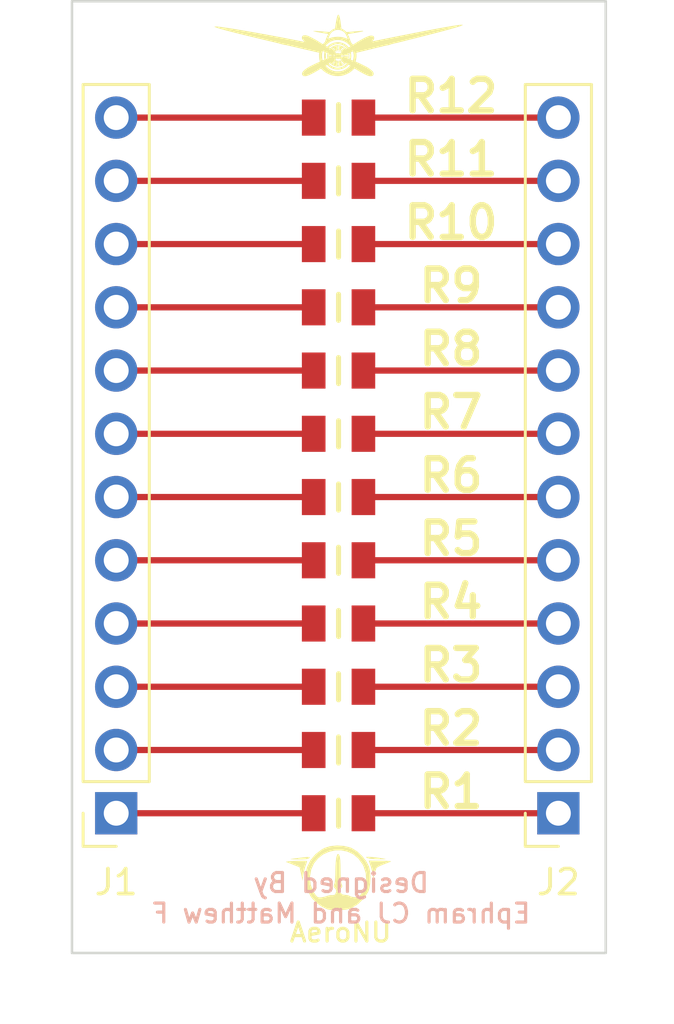
<source format=kicad_pcb>
(kicad_pcb (version 20221018) (generator pcbnew)
  (layers (0 "F.Cu" signal) (31 "B.Cu" signal) (34 "B.Paste" user) (35 "F.Paste" user) (36 "B.SilkS" user "B.Silkscreen") (37 "F.SilkS" user "F.Silkscreen") (38 "B.Mask" user) (39 "F.Mask" user) (44 "Edge.Cuts" user))
  (net 0 "")
  (net 1 "Net-(J1-Pin_1)")
  (net 2 "Net-(J1-Pin_2)")
  (net 3 "Net-(J1-Pin_3)")
  (net 4 "Net-(J1-Pin_4)")
  (net 5 "Net-(J1-Pin_5)")
  (net 6 "Net-(J1-Pin_6)")
  (net 7 "Net-(J1-Pin_7)")
  (net 8 "Net-(J1-Pin_8)")
  (net 9 "Net-(J1-Pin_9)")
  (net 10 "Net-(J1-Pin_10)")
  (net 11 "Net-(J1-Pin_11)")
  (net 12 "Net-(J1-Pin_12)")
  (net 13 "Net-(J2-Pin_1)")
  (net 14 "Net-(J2-Pin_2)")
  (net 15 "Net-(J2-Pin_3)")
  (net 16 "Net-(J2-Pin_4)")
  (net 17 "Net-(J2-Pin_5)")
  (net 18 "Net-(J2-Pin_6)")
  (net 19 "Net-(J2-Pin_7)")
  (net 20 "Net-(J2-Pin_8)")
  (net 21 "Net-(J2-Pin_9)")
  (net 22 "Net-(J2-Pin_10)")
  (net 23 "Net-(J2-Pin_11)")
  (net 24 "Net-(J2-Pin_12)")
  (footprint "FixedWing Symbol Library:RESC2012X50N" (layer "F.Cu") (at 174.0408 78.74)
    (fp_text reference "R8" (at 4.5212 -0.8636) (layer "F.SilkS") (effects (font (size 1.27 1.27) (thickness 0.254))))
    (fp_text value "3K3Ω" hide)
    (pad "1" smd rect (at -1 0) (size 0.95 1.45) (layers "F.Cu" "F.Paste" "F.Mask") (net 8 "Net-(J1-Pin_8)"))
    (pad "2" smd rect (at 1 0) (size 0.95 1.45) (layers "F.Cu" "F.Paste" "F.Mask") (net 20 "Net-(J2-Pin_8)"))
  )
  (footprint "FixedWing Symbol Library:RESC2012X50N" (layer "F.Cu") (at 174.0408 81.28)
    (fp_text reference "R7" (at 4.5212 -0.8636) (layer "F.SilkS") (effects (font (size 1.27 1.27) (thickness 0.254))))
    (fp_text value "3K3Ω" hide)
    (pad "1" smd rect (at -1 0) (size 0.95 1.45) (layers "F.Cu" "F.Paste" "F.Mask") (net 7 "Net-(J1-Pin_7)"))
    (pad "2" smd rect (at 1 0) (size 0.95 1.45) (layers "F.Cu" "F.Paste" "F.Mask") (net 19 "Net-(J2-Pin_7)"))
  )
  (footprint "FixedWing:AeroNU - Logo (Smol)" (layer "F.Cu") (at 174.157349 101.884388)
    (fp_text reference "AeroNU" hide)
    (fp_text value "LOGO" hide)
  )
  (footprint "FixedWing Symbol Library:RESC2012X50N" (layer "F.Cu") (at 174.0408 83.82)
    (fp_text reference "R6" (at 4.5212 -0.8636) (layer "F.SilkS") (effects (font (size 1.27 1.27) (thickness 0.254))))
    (fp_text value "3K3Ω" hide)
    (pad "1" smd rect (at -1 0) (size 0.95 1.45) (layers "F.Cu" "F.Paste" "F.Mask") (net 6 "Net-(J1-Pin_6)"))
    (pad "2" smd rect (at 1 0) (size 0.95 1.45) (layers "F.Cu" "F.Paste" "F.Mask") (net 18 "Net-(J2-Pin_6)"))
  )
  (footprint "FixedWing Symbol Library:RESC2012X50N" (layer "F.Cu") (at 174.0408 71.12)
    (fp_text reference "R11" (at 4.5212 -0.8636) (layer "F.SilkS") (effects (font (size 1.27 1.27) (thickness 0.254))))
    (fp_text value "3K3Ω" hide)
    (pad "1" smd rect (at -1 0) (size 0.95 1.45) (layers "F.Cu" "F.Paste" "F.Mask") (net 11 "Net-(J1-Pin_11)"))
    (pad "2" smd rect (at 1 0) (size 0.95 1.45) (layers "F.Cu" "F.Paste" "F.Mask") (net 23 "Net-(J2-Pin_11)"))
  )
  (footprint "FixedWing Symbol Library:RESC2012X50N" (layer "F.Cu") (at 174.0408 76.2)
    (fp_text reference "R9" (at 4.5212 -0.8636) (layer "F.SilkS") (effects (font (size 1.27 1.27) (thickness 0.254))))
    (fp_text value "3K3Ω" hide)
    (pad "1" smd rect (at -1 0) (size 0.95 1.45) (layers "F.Cu" "F.Paste" "F.Mask") (net 9 "Net-(J1-Pin_9)"))
    (pad "2" smd rect (at 1 0) (size 0.95 1.45) (layers "F.Cu" "F.Paste" "F.Mask") (net 21 "Net-(J2-Pin_9)"))
  )
  (footprint "FixedWing Symbol Library:RESC2012X50N" (layer "F.Cu") (at 174.0408 73.66)
    (fp_text reference "R10" (at 4.5212 -0.8636) (layer "F.SilkS") (effects (font (size 1.27 1.27) (thickness 0.254))))
    (fp_text value "3K3Ω" hide)
    (pad "1" smd rect (at -1 0) (size 0.95 1.45) (layers "F.Cu" "F.Paste" "F.Mask") (net 10 "Net-(J1-Pin_10)"))
    (pad "2" smd rect (at 1 0) (size 0.95 1.45) (layers "F.Cu" "F.Paste" "F.Mask") (net 22 "Net-(J2-Pin_10)"))
  )
  (footprint "FixedWing Symbol Library:RESC2012X50N" (layer "F.Cu") (at 174.0408 88.9)
    (fp_text reference "R4" (at 4.5212 -0.8636) (layer "F.SilkS") (effects (font (size 1.27 1.27) (thickness 0.254))))
    (fp_text value "3K3Ω" hide)
    (pad "1" smd rect (at -1 0) (size 0.95 1.45) (layers "F.Cu" "F.Paste" "F.Mask") (net 4 "Net-(J1-Pin_4)"))
    (pad "2" smd rect (at 1 0) (size 0.95 1.45) (layers "F.Cu" "F.Paste" "F.Mask") (net 16 "Net-(J2-Pin_4)"))
  )
  (footprint "Connector_PinSocket_2.54mm:PinSocket_1x12_P2.54mm_Vertical" (layer "F.Cu") (at 165.1 96.52 180)
    (fp_text reference "J1" (at 0 -2.77) (layer "F.SilkS"))
    (fp_text value "Conn_01x12")
    (pad "1" thru_hole rect (at 0 0 180) (size 1.7 1.7) (drill 1) (layers "*.Cu" "*.Mask") (net 1 "Net-(J1-Pin_1)"))
    (pad "2" thru_hole oval (at 0 2.54 180) (size 1.7 1.7) (drill 1) (layers "*.Cu" "*.Mask") (net 2 "Net-(J1-Pin_2)"))
    (pad "3" thru_hole oval (at 0 5.08 180) (size 1.7 1.7) (drill 1) (layers "*.Cu" "*.Mask") (net 3 "Net-(J1-Pin_3)"))
    (pad "4" thru_hole oval (at 0 7.62 180) (size 1.7 1.7) (drill 1) (layers "*.Cu" "*.Mask") (net 4 "Net-(J1-Pin_4)"))
    (pad "5" thru_hole oval (at 0 10.16 180) (size 1.7 1.7) (drill 1) (layers "*.Cu" "*.Mask") (net 5 "Net-(J1-Pin_5)"))
    (pad "6" thru_hole oval (at 0 12.7 180) (size 1.7 1.7) (drill 1) (layers "*.Cu" "*.Mask") (net 6 "Net-(J1-Pin_6)"))
    (pad "7" thru_hole oval (at 0 15.24 180) (size 1.7 1.7) (drill 1) (layers "*.Cu" "*.Mask") (net 7 "Net-(J1-Pin_7)"))
    (pad "8" thru_hole oval (at 0 17.78 180) (size 1.7 1.7) (drill 1) (layers "*.Cu" "*.Mask") (net 8 "Net-(J1-Pin_8)"))
    (pad "9" thru_hole oval (at 0 20.32 180) (size 1.7 1.7) (drill 1) (layers "*.Cu" "*.Mask") (net 9 "Net-(J1-Pin_9)"))
    (pad "10" thru_hole oval (at 0 22.86 180) (size 1.7 1.7) (drill 1) (layers "*.Cu" "*.Mask") (net 10 "Net-(J1-Pin_10)"))
    (pad "11" thru_hole oval (at 0 25.4 180) (size 1.7 1.7) (drill 1) (layers "*.Cu" "*.Mask") (net 11 "Net-(J1-Pin_11)"))
    (pad "12" thru_hole oval (at 0 27.94 180) (size 1.7 1.7) (drill 1) (layers "*.Cu" "*.Mask") (net 12 "Net-(J1-Pin_12)"))
  )
  (footprint "FixedWing Symbol Library:RESC2012X50N" (layer "F.Cu") (at 174.0408 68.58)
    (fp_text reference "R12" (at 4.5212 -0.8636) (layer "F.SilkS") (effects (font (size 1.27 1.27) (thickness 0.254))))
    (fp_text value "3K3Ω" hide)
    (pad "1" smd rect (at -1 0) (size 0.95 1.45) (layers "F.Cu" "F.Paste" "F.Mask") (net 12 "Net-(J1-Pin_12)"))
    (pad "2" smd rect (at 1 0) (size 0.95 1.45) (layers "F.Cu" "F.Paste" "F.Mask") (net 24 "Net-(J2-Pin_12)"))
  )
  (footprint "FixedWing Symbol Library:RESC2012X50N" (layer "F.Cu") (at 174.0408 86.36)
    (fp_text reference "R5" (at 4.5212 -0.8636) (layer "F.SilkS") (effects (font (size 1.27 1.27) (thickness 0.254))))
    (fp_text value "3K3Ω" hide)
    (pad "1" smd rect (at -1 0) (size 0.95 1.45) (layers "F.Cu" "F.Paste" "F.Mask") (net 5 "Net-(J1-Pin_5)"))
    (pad "2" smd rect (at 1 0) (size 0.95 1.45) (layers "F.Cu" "F.Paste" "F.Mask") (net 17 "Net-(J2-Pin_5)"))
  )
  (footprint "Connector_PinSocket_2.54mm:PinSocket_1x12_P2.54mm_Vertical" (layer "F.Cu") (at 182.88 96.52 180)
    (fp_text reference "J2" (at 0 -2.77) (layer "F.SilkS"))
    (fp_text value "Conn_01x12")
    (pad "1" thru_hole rect (at 0 0 180) (size 1.7 1.7) (drill 1) (layers "*.Cu" "*.Mask") (net 13 "Net-(J2-Pin_1)"))
    (pad "2" thru_hole oval (at 0 2.54 180) (size 1.7 1.7) (drill 1) (layers "*.Cu" "*.Mask") (net 14 "Net-(J2-Pin_2)"))
    (pad "3" thru_hole oval (at 0 5.08 180) (size 1.7 1.7) (drill 1) (layers "*.Cu" "*.Mask") (net 15 "Net-(J2-Pin_3)"))
    (pad "4" thru_hole oval (at 0 7.62 180) (size 1.7 1.7) (drill 1) (layers "*.Cu" "*.Mask") (net 16 "Net-(J2-Pin_4)"))
    (pad "5" thru_hole oval (at 0 10.16 180) (size 1.7 1.7) (drill 1) (layers "*.Cu" "*.Mask") (net 17 "Net-(J2-Pin_5)"))
    (pad "6" thru_hole oval (at 0 12.7 180) (size 1.7 1.7) (drill 1) (layers "*.Cu" "*.Mask") (net 18 "Net-(J2-Pin_6)"))
    (pad "7" thru_hole oval (at 0 15.24 180) (size 1.7 1.7) (drill 1) (layers "*.Cu" "*.Mask") (net 19 "Net-(J2-Pin_7)"))
    (pad "8" thru_hole oval (at 0 17.78 180) (size 1.7 1.7) (drill 1) (layers "*.Cu" "*.Mask") (net 20 "Net-(J2-Pin_8)"))
    (pad "9" thru_hole oval (at 0 20.32 180) (size 1.7 1.7) (drill 1) (layers "*.Cu" "*.Mask") (net 21 "Net-(J2-Pin_9)"))
    (pad "10" thru_hole oval (at 0 22.86 180) (size 1.7 1.7) (drill 1) (layers "*.Cu" "*.Mask") (net 22 "Net-(J2-Pin_10)"))
    (pad "11" thru_hole oval (at 0 25.4 180) (size 1.7 1.7) (drill 1) (layers "*.Cu" "*.Mask") (net 23 "Net-(J2-Pin_11)"))
    (pad "12" thru_hole oval (at 0 27.94 180) (size 1.7 1.7) (drill 1) (layers "*.Cu" "*.Mask") (net 24 "Net-(J2-Pin_12)"))
  )
  (footprint "FixedWing:FixedWing - Logo (Smol)" (layer "F.Cu") (at 174.051814 66.350419)
    (fp_text reference "FixedWing" hide)
    (fp_text value "LOGO" hide)
  )
  (footprint "FixedWing Symbol Library:RESC2012X50N" (layer "F.Cu") (at 174.0408 93.98)
    (fp_text reference "R2" (at 4.5212 -0.8636) (layer "F.SilkS") (effects (font (size 1.27 1.27) (thickness 0.254))))
    (fp_text value "3K3Ω" hide)
    (pad "1" smd rect (at -1 0) (size 0.95 1.45) (layers "F.Cu" "F.Paste" "F.Mask") (net 2 "Net-(J1-Pin_2)"))
    (pad "2" smd rect (at 1 0) (size 0.95 1.45) (layers "F.Cu" "F.Paste" "F.Mask") (net 14 "Net-(J2-Pin_2)"))
  )
  (footprint "FixedWing Symbol Library:RESC2012X50N" (layer "F.Cu") (at 174.0408 96.52)
    (fp_text reference "R1" (at 4.5212 -0.8636) (layer "F.SilkS") (effects (font (size 1.27 1.27) (thickness 0.254))))
    (fp_text value "3K3Ω" hide)
    (pad "1" smd rect (at -1 0) (size 0.95 1.45) (layers "F.Cu" "F.Paste" "F.Mask") (net 1 "Net-(J1-Pin_1)"))
    (pad "2" smd rect (at 1 0) (size 0.95 1.45) (layers "F.Cu" "F.Paste" "F.Mask") (net 13 "Net-(J2-Pin_1)"))
  )
  (footprint "FixedWing Symbol Library:RESC2012X50N" (layer "F.Cu") (at 174.0408 91.44)
    (fp_text reference "R3" (at 4.5212 -0.8636) (layer "F.SilkS") (effects (font (size 1.27 1.27) (thickness 0.254))))
    (fp_text value "3K3Ω" hide)
    (pad "1" smd rect (at -1 0) (size 0.95 1.45) (layers "F.Cu" "F.Paste" "F.Mask") (net 3 "Net-(J1-Pin_3)"))
    (pad "2" smd rect (at 1 0) (size 0.95 1.45) (layers "F.Cu" "F.Paste" "F.Mask") (net 15 "Net-(J2-Pin_3)"))
  )
  (gr_rect (start 163.322 63.9064) (end 184.785 102.1334) (stroke (width 0.1)) (fill none) (layer "Edge.Cuts"))
  (gr_text "Designed By\nEphram CJ and Matthew F" (at 174.1424 100.9904) (layer "B.SilkS") (effects (font (size 0.762 0.762) (thickness 0.127) bold) (justify bottom mirror)))
  (gr_text "AeroNU" (at 172.0088 101.7524) (layer "F.SilkS") (effects (font (size 0.762 0.762) (thickness 0.127) bold) (justify left bottom)))
  (segment (start 173.0408 96.52) (end 165.2016 96.52) (width 0.25) (layer "F.Cu") (net 1))
  (segment (start 165.2016 93.98) (end 173.0408 93.98) (width 0.25) (layer "F.Cu") (net 2))
  (segment (start 173.0408 91.44) (end 165.2016 91.44) (width 0.25) (layer "F.Cu") (net 3))
  (segment (start 165.2016 88.9) (end 173.0408 88.9) (width 0.25) (layer "F.Cu") (net 4))
  (segment (start 173.0408 86.36) (end 165.2016 86.36) (width 0.25) (layer "F.Cu") (net 5))
  (segment (start 165.2016 83.82) (end 173.0408 83.82) (width 0.25) (layer "F.Cu") (net 6))
  (segment (start 165.2016 81.28) (end 173.0408 81.28) (width 0.25) (layer "F.Cu") (net 7))
  (segment (start 173.0408 78.74) (end 165.2016 78.74) (width 0.25) (layer "F.Cu") (net 8))
  (segment (start 165.2016 76.2) (end 173.0408 76.2) (width 0.25) (layer "F.Cu") (net 9))
  (segment (start 173.0408 73.66) (end 165.2016 73.66) (width 0.25) (layer "F.Cu") (net 10))
  (segment (start 165.2016 71.12) (end 173.0408 71.12) (width 0.25) (layer "F.Cu") (net 11))
  (segment (start 165.2016 68.58) (end 173.0408 68.58) (width 0.25) (layer "F.Cu") (net 12))
  (segment (start 182.9816 96.52) (end 175.0408 96.52) (width 0.25) (layer "F.Cu") (net 13))
  (segment (start 175.0408 93.98) (end 182.9816 93.98) (width 0.25) (layer "F.Cu") (net 14))
  (segment (start 182.9816 91.44) (end 175.0408 91.44) (width 0.25) (layer "F.Cu") (net 15))
  (segment (start 175.0408 88.9) (end 182.9816 88.9) (width 0.25) (layer "F.Cu") (net 16))
  (segment (start 182.9816 86.36) (end 175.0408 86.36) (width 0.25) (layer "F.Cu") (net 17))
  (segment (start 175.0408 83.82) (end 182.9816 83.82) (width 0.25) (layer "F.Cu") (net 18))
  (segment (start 175.0408 81.28) (end 182.9816 81.28) (width 0.25) (layer "F.Cu") (net 19))
  (segment (start 182.9816 78.74) (end 175.0408 78.74) (width 0.25) (layer "F.Cu") (net 20))
  (segment (start 175.0408 76.2) (end 182.9816 76.2) (width 0.25) (layer "F.Cu") (net 21))
  (segment (start 182.9816 73.66) (end 175.0408 73.66) (width 0.25) (layer "F.Cu") (net 22))
  (segment (start 175.0408 71.12) (end 182.9816 71.12) (width 0.25) (layer "F.Cu") (net 23))
  (segment (start 182.9816 68.58) (end 175.0408 68.58) (width 0.25) (layer "F.Cu") (net 24))
)
</source>
